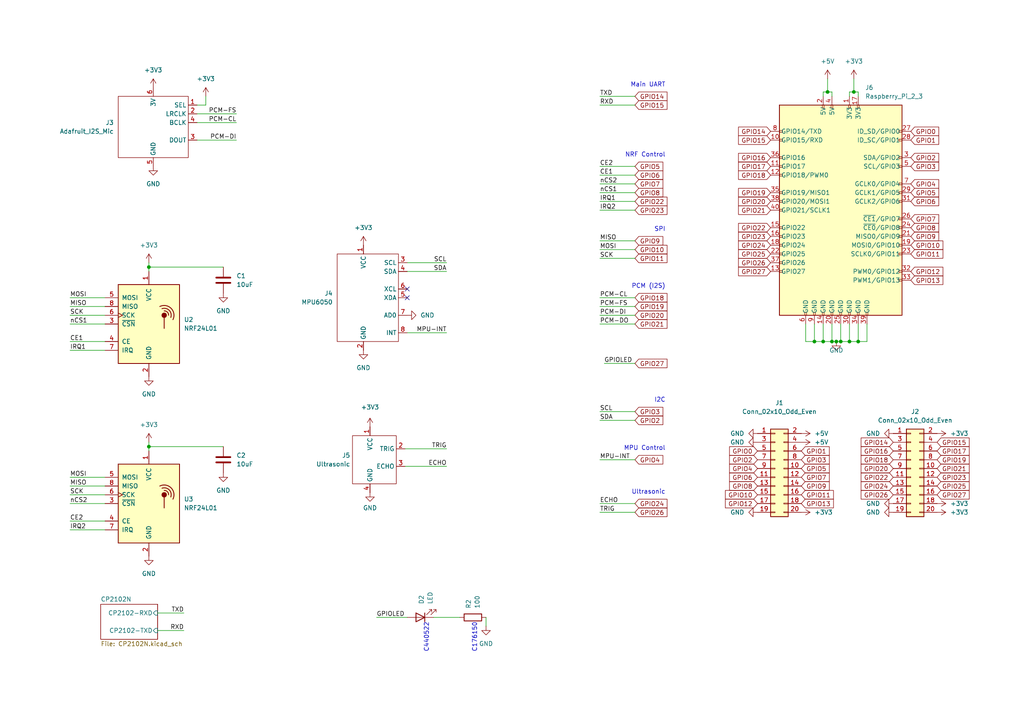
<source format=kicad_sch>
(kicad_sch (version 20211123) (generator eeschema)
  (paper "A4")
  (lib_symbols
    (symbol "Connector_Generic:Conn_02x10_Odd_Even" (pin_names (offset 1.016) hide)
      (property "Reference" "J" (at 1.27 12.7 0))
      (property "Value" "Conn_02x10_Odd_Even" (at 1.27 -15.24 0))
      (symbol "Conn_02x10_Odd_Even_1_1"
        (rectangle (start -1.27 -12.573) (end 0 -12.827) (stroke (width 0.1524)))
        (rectangle (start -1.27 -10.033) (end 0 -10.287) (stroke (width 0.1524)))
        (rectangle (start -1.27 -7.493) (end 0 -7.747) (stroke (width 0.1524)))
        (rectangle (start -1.27 -4.953) (end 0 -5.207) (stroke (width 0.1524)))
        (rectangle (start -1.27 -2.413) (end 0 -2.667) (stroke (width 0.1524)))
        (rectangle (start -1.27 0.127) (end 0 -0.127) (stroke (width 0.1524)))
        (rectangle (start -1.27 2.667) (end 0 2.413) (stroke (width 0.1524)))
        (rectangle (start -1.27 5.207) (end 0 4.953) (stroke (width 0.1524)))
        (rectangle (start -1.27 7.747) (end 0 7.493) (stroke (width 0.1524)))
        (rectangle (start -1.27 10.287) (end 0 10.033) (stroke (width 0.1524)))
        (rectangle (start -1.27 11.43) (end 3.81 -13.97) (stroke (width 0.254)) (fill (type background)))
        (rectangle (start 3.81 -12.573) (end 2.54 -12.827) (stroke (width 0.1524)))
        (rectangle (start 3.81 -10.033) (end 2.54 -10.287) (stroke (width 0.1524)))
        (rectangle (start 3.81 -7.493) (end 2.54 -7.747) (stroke (width 0.1524)))
        (rectangle (start 3.81 -4.953) (end 2.54 -5.207) (stroke (width 0.1524)))
        (rectangle (start 3.81 -2.413) (end 2.54 -2.667) (stroke (width 0.1524)))
        (rectangle (start 3.81 0.127) (end 2.54 -0.127) (stroke (width 0.1524)))
        (rectangle (start 3.81 2.667) (end 2.54 2.413) (stroke (width 0.1524)))
        (rectangle (start 3.81 5.207) (end 2.54 4.953) (stroke (width 0.1524)))
        (rectangle (start 3.81 7.747) (end 2.54 7.493) (stroke (width 0.1524)))
        (rectangle (start 3.81 10.287) (end 2.54 10.033) (stroke (width 0.1524)))
        (pin passive line (at -5.08 10.16 0) (length 3.81) (name "Pin_1") (number "1"))
        (pin passive line (at 7.62 0 180) (length 3.81) (name "Pin_10") (number "10"))
        (pin passive line (at -5.08 -2.54 0) (length 3.81) (name "Pin_11") (number "11"))
        (pin passive line (at 7.62 -2.54 180) (length 3.81) (name "Pin_12") (number "12"))
        (pin passive line (at -5.08 -5.08 0) (length 3.81) (name "Pin_13") (number "13"))
        (pin passive line (at 7.62 -5.08 180) (length 3.81) (name "Pin_14") (number "14"))
        (pin passive line (at -5.08 -7.62 0) (length 3.81) (name "Pin_15") (number "15"))
        (pin passive line (at 7.62 -7.62 180) (length 3.81) (name "Pin_16") (number "16"))
        (pin passive line (at -5.08 -10.16 0) (length 3.81) (name "Pin_17") (number "17"))
        (pin passive line (at 7.62 -10.16 180) (length 3.81) (name "Pin_18") (number "18"))
        (pin passive line (at -5.08 -12.7 0) (length 3.81) (name "Pin_19") (number "19"))
        (pin passive line (at 7.62 10.16 180) (length 3.81) (name "Pin_2") (number "2"))
        (pin passive line (at 7.62 -12.7 180) (length 3.81) (name "Pin_20") (number "20"))
        (pin passive line (at -5.08 7.62 0) (length 3.81) (name "Pin_3") (number "3"))
        (pin passive line (at 7.62 7.62 180) (length 3.81) (name "Pin_4") (number "4"))
        (pin passive line (at -5.08 5.08 0) (length 3.81) (name "Pin_5") (number "5"))
        (pin passive line (at 7.62 5.08 180) (length 3.81) (name "Pin_6") (number "6"))
        (pin passive line (at -5.08 2.54 0) (length 3.81) (name "Pin_7") (number "7"))
        (pin passive line (at 7.62 2.54 180) (length 3.81) (name "Pin_8") (number "8"))
        (pin passive line (at -5.08 0 0) (length 3.81) (name "Pin_9") (number "9"))
      )
    )
    (symbol "Device:C" (pin_numbers hide) (pin_names (offset 0.254))
      (property "Reference" "C" (at 0.635 2.54 0))
      (property "Value" "C" (at 0.635 -2.54 0))
      (symbol "C_0_1"
        (polyline (pts (xy -2.032 -0.762) (xy 2.032 -0.762)) (stroke (width 0.508)))
        (polyline (pts (xy -2.032 0.762) (xy 2.032 0.762)) (stroke (width 0.508)))
      )
      (symbol "C_1_1"
        (pin passive line (at 0 3.81 270) (length 2.794) (name "~") (number "1"))
        (pin passive line (at 0 -3.81 90) (length 2.794) (name "~") (number "2"))
      )
    )
    (symbol "Device:LED" (pin_numbers hide) (pin_names (offset 1.016) hide)
      (property "Reference" "D" (at 0 2.54 0))
      (property "Value" "LED" (at 0 -2.54 0))
      (symbol "LED_0_1"
        (polyline (pts (xy -1.27 -1.27) (xy -1.27 1.27)) (stroke (width 0.254)))
        (polyline (pts (xy -1.27 0) (xy 1.27 0)))
        (polyline (pts (xy 1.27 -1.27) (xy 1.27 1.27) (xy -1.27 0) (xy 1.27 -1.27)) (stroke (width 0.254)))
        (polyline (pts (xy -3.048 -0.762) (xy -4.572 -2.286) (xy -3.81 -2.286) (xy -4.572 -2.286) (xy -4.572 -1.524)))
        (polyline (pts (xy -1.778 -0.762) (xy -3.302 -2.286) (xy -2.54 -2.286) (xy -3.302 -2.286) (xy -3.302 -1.524)))
      )
      (symbol "LED_1_1"
        (pin passive line (at -3.81 0 0) (length 2.54) (name "K") (number "1"))
        (pin passive line (at 3.81 0 180) (length 2.54) (name "A") (number "2"))
      )
    )
    (symbol "Device:R" (pin_numbers hide) (pin_names (offset 0))
      (property "Reference" "R" (at 2.032 0 90))
      (property "Value" "R" (at 0 0 90))
      (symbol "R_0_1"
        (rectangle (start -1.016 -2.54) (end 1.016 2.54) (stroke (width 0.254)))
      )
      (symbol "R_1_1"
        (pin passive line (at 0 3.81 270) (length 1.27) (name "~") (number "1"))
        (pin passive line (at 0 -3.81 90) (length 1.27) (name "~") (number "2"))
      )
    )
    (symbol "parthiv_pcb_v2:Adafruit_I2S_Mic"
      (property "Reference" "J" (at -2.54 5.08 0))
      (property "Value" "Adafruit_I2S_Mic" (at 0 2.54 0))
      (symbol "Adafruit_I2S_Mic_0_1"
        (rectangle (start 0 0) (end 20.32 -17.78))
      )
      (symbol "Adafruit_I2S_Mic_1_1"
        (pin input line (at 22.86 -2.54 180) (length 2.54) (name "SEL") (number "1"))
        (pin input line (at 22.86 -5.08 180) (length 2.54) (name "LRCLK") (number "2"))
        (pin output line (at 22.86 -12.7 180) (length 2.54) (name "DOUT") (number "3"))
        (pin input line (at 22.86 -7.62 180) (length 2.54) (name "BCLK") (number "4"))
        (pin power_in line (at 10.16 -20.32 90) (length 2.54) (name "GND") (number "5"))
        (pin power_in line (at 10.16 2.54 270) (length 2.54) (name "3V") (number "6"))
      )
    )
    (symbol "parthiv_pcb_v2:MPU6050"
      (property "Reference" "J" (at -2.54 0 0))
      (property "Value" "MPU6050" (at 0 2.54 0))
      (symbol "MPU6050_0_1"
        (rectangle (start 0 0) (end 17.78 -25.4))
      )
      (symbol "MPU6050_1_1"
        (pin power_in line (at 7.62 2.54 270) (length 2.54) (name "VCC") (number "1"))
        (pin power_in line (at 7.62 -27.94 90) (length 2.54) (name "GND") (number "2"))
        (pin input line (at 20.32 -2.54 180) (length 2.54) (name "SCL") (number "3"))
        (pin bidirectional line (at 20.32 -5.08 180) (length 2.54) (name "SDA") (number "4"))
        (pin bidirectional line (at 20.32 -12.7 180) (length 2.54) (name "XDA") (number "5"))
        (pin input line (at 20.32 -10.16 180) (length 2.54) (name "XCL") (number "6"))
        (pin input line (at 20.32 -17.78 180) (length 2.54) (name "AD0") (number "7"))
        (pin input line (at 20.32 -22.86 180) (length 2.54) (name "INT") (number "8"))
      )
    )
    (symbol "parthiv_pcb_v2:NRF24L01" (pin_names (offset 1.016))
      (property "Reference" "U" (at -8.89 12.7 0))
      (property "Value" "NRF24L01" (at 3.81 12.7 0))
      (symbol "NRF24L01_0_1"
        (rectangle (start -8.89 11.43) (end 8.89 -11.43) (stroke (width 0.254)) (fill (type background)))
        (polyline (pts (xy 4.445 1.905) (xy 4.445 -1.27)) (stroke (width 0.254)))
        (circle (center 4.445 2.54) (radius 0.635) (stroke (width 0.254)) (fill (type outline)))
        (arc (start 5.715 2.54) (mid 5.3521 3.4546) (end 4.445 3.81) (stroke (width 0.254)))
        (arc (start 6.35 1.905) (mid 5.8763 3.9854) (end 3.81 4.445) (stroke (width 0.254)))
        (arc (start 6.985 1.27) (mid 6.453 4.548) (end 3.175 5.08) (stroke (width 0.254)))
      )
      (symbol "NRF24L01_1_1"
        (pin power_in line (at 0 15.24 270) (length 3.81) (name "VCC") (number "1"))
        (pin power_in line (at 0 -15.24 90) (length 3.81) (name "GND") (number "2"))
        (pin input line (at -12.7 0 0) (length 3.81) (name "~{CSN}") (number "3"))
        (pin input line (at -12.7 -5.08 0) (length 3.81) (name "CE") (number "4"))
        (pin input line (at -12.7 7.62 0) (length 3.81) (name "MOSI") (number "5"))
        (pin input clock (at -12.7 2.54 0) (length 3.81) (name "SCK") (number "6"))
        (pin output line (at -12.7 -7.62 0) (length 3.81) (name "IRQ") (number "7"))
        (pin bidirectional line (at -12.7 5.08 0) (length 3.81) (name "MISO") (number "8"))
      )
    )
    (symbol "parthiv_pcb_v2:Raspberry_Pi_2_3"
      (property "Reference" "U" (at 0 0 0))
      (property "Value" "Raspberry_Pi_2_3" (at 0 0 0))
      (symbol "Raspberry_Pi_2_3_0_1"
        (rectangle (start 0 -5.08) (end 35.56 -66.04) (stroke (width 0.254)) (fill (type background)))
      )
      (symbol "Raspberry_Pi_2_3_1_1"
        (rectangle (start 0.889 -53.086) (end 0 -53.594))
        (rectangle (start 0.889 -50.546) (end 0 -51.054))
        (rectangle (start 0.889 -48.006) (end 0 -48.514))
        (rectangle (start 0.889 -45.466) (end 0 -45.974))
        (rectangle (start 0.889 -42.926) (end 0 -43.434))
        (rectangle (start 0.889 -40.386) (end 0 -40.894))
        (rectangle (start 0.889 -35.306) (end 0 -35.814))
        (rectangle (start 0.889 -32.766) (end 0 -33.274))
        (rectangle (start 0.889 -30.226) (end 0 -30.734))
        (rectangle (start 0.889 -25.146) (end 0 -25.654))
        (rectangle (start 0.889 -22.606) (end 0 -23.114))
        (rectangle (start 0.889 -20.066) (end 0 -20.574))
        (rectangle (start 0.889 -14.986) (end 0 -15.494))
        (rectangle (start 0.889 -12.446) (end 0 -12.954))
        (rectangle (start 7.366 -65.151) (end 7.874 -66.04))
        (rectangle (start 9.906 -65.151) (end 10.414 -66.04))
        (rectangle (start 12.446 -65.151) (end 12.954 -66.04))
        (rectangle (start 12.446 -5.08) (end 12.954 -5.969))
        (rectangle (start 14.986 -65.151) (end 15.494 -66.04))
        (rectangle (start 14.986 -5.08) (end 15.494 -5.969))
        (rectangle (start 17.526 -65.151) (end 18.034 -66.04))
        (rectangle (start 20.066 -65.151) (end 20.574 -66.04))
        (rectangle (start 20.066 -5.08) (end 20.574 -5.969))
        (rectangle (start 22.606 -65.151) (end 23.114 -66.04))
        (rectangle (start 22.606 -5.08) (end 23.114 -5.969))
        (rectangle (start 25.146 -65.151) (end 25.654 -66.04))
        (rectangle (start 35.56 -55.626) (end 34.671 -56.134))
        (rectangle (start 35.56 -53.086) (end 34.671 -53.594))
        (rectangle (start 35.56 -48.006) (end 34.671 -48.514))
        (rectangle (start 35.56 -45.466) (end 34.671 -45.974))
        (rectangle (start 35.56 -42.926) (end 34.671 -43.434))
        (rectangle (start 35.56 -40.386) (end 34.671 -40.894))
        (rectangle (start 35.56 -37.846) (end 34.671 -38.354))
        (rectangle (start 35.56 -32.766) (end 34.671 -33.274))
        (rectangle (start 35.56 -30.226) (end 34.671 -30.734))
        (rectangle (start 35.56 -27.686) (end 34.671 -28.194))
        (rectangle (start 35.56 -22.606) (end 34.671 -23.114))
        (rectangle (start 35.56 -20.066) (end 34.671 -20.574))
        (rectangle (start 35.56 -14.986) (end 34.671 -15.494))
        (rectangle (start 35.56 -12.446) (end 34.671 -12.954))
        (pin power_in line (at 20.32 -2.54 270) (length 2.54) (name "3V3") (number "1"))
        (pin bidirectional line (at -2.54 -15.24 0) (length 2.54) (name "GPIO15/RXD") (number "10"))
        (pin bidirectional line (at -2.54 -22.86 0) (length 2.54) (name "GPIO17") (number "11"))
        (pin bidirectional line (at -2.54 -25.4 0) (length 2.54) (name "GPIO18/PWM0") (number "12"))
        (pin bidirectional line (at -2.54 -53.34 0) (length 2.54) (name "GPIO27") (number "13"))
        (pin power_in line (at 12.7 -68.58 90) (length 2.54) (name "GND") (number "14"))
        (pin bidirectional line (at -2.54 -40.64 0) (length 2.54) (name "GPIO22") (number "15"))
        (pin bidirectional line (at -2.54 -43.18 0) (length 2.54) (name "GPIO23") (number "16"))
        (pin power_out line (at 22.86 -2.54 270) (length 2.54) (name "3V3") (number "17"))
        (pin bidirectional line (at -2.54 -45.72 0) (length 2.54) (name "GPIO24") (number "18"))
        (pin bidirectional line (at 38.1 -45.72 180) (length 2.54) (name "MOSI0/GPIO10") (number "19"))
        (pin power_in line (at 12.7 -2.54 270) (length 2.54) (name "5V") (number "2"))
        (pin power_in line (at 15.24 -68.58 90) (length 2.54) (name "GND") (number "20"))
        (pin bidirectional line (at 38.1 -43.18 180) (length 2.54) (name "MISO0/GPIO9") (number "21"))
        (pin bidirectional line (at -2.54 -48.26 0) (length 2.54) (name "GPIO25") (number "22"))
        (pin bidirectional line (at 38.1 -48.26 180) (length 2.54) (name "SCLK0/GPIO11") (number "23"))
        (pin bidirectional line (at 38.1 -40.64 180) (length 2.54) (name "~{CE0}/GPIO8") (number "24"))
        (pin power_in line (at 17.78 -68.58 90) (length 2.54) (name "GND") (number "25"))
        (pin bidirectional line (at 38.1 -38.1 180) (length 2.54) (name "~{CE1}/GPIO7") (number "26"))
        (pin bidirectional line (at 38.1 -12.7 180) (length 2.54) (name "ID_SD/GPIO0") (number "27"))
        (pin bidirectional line (at 38.1 -15.24 180) (length 2.54) (name "ID_SC/GPIO1") (number "28"))
        (pin bidirectional line (at 38.1 -30.48 180) (length 2.54) (name "GCLK1/GPIO5") (number "29"))
        (pin bidirectional line (at 38.1 -20.32 180) (length 2.54) (name "SDA/GPIO2") (number "3"))
        (pin power_in line (at 20.32 -68.58 90) (length 2.54) (name "GND") (number "30"))
        (pin bidirectional line (at 38.1 -33.02 180) (length 2.54) (name "GCLK2/GPIO6") (number "31"))
        (pin bidirectional line (at 38.1 -53.34 180) (length 2.54) (name "PWM0/GPIO12") (number "32"))
        (pin bidirectional line (at 38.1 -55.88 180) (length 2.54) (name "PWM1/GPIO13") (number "33"))
        (pin power_in line (at 22.86 -68.58 90) (length 2.54) (name "GND") (number "34"))
        (pin bidirectional line (at -2.54 -30.48 0) (length 2.54) (name "GPIO19/MISO1") (number "35"))
        (pin bidirectional line (at -2.54 -20.32 0) (length 2.54) (name "GPIO16") (number "36"))
        (pin bidirectional line (at -2.54 -50.8 0) (length 2.54) (name "GPIO26") (number "37"))
        (pin bidirectional line (at -2.54 -33.02 0) (length 2.54) (name "GPIO20/MOSI1") (number "38"))
        (pin power_in line (at 25.4 -68.58 90) (length 2.54) (name "GND") (number "39"))
        (pin power_in line (at 15.24 -2.54 270) (length 2.54) (name "5V") (number "4"))
        (pin bidirectional line (at -2.54 -35.56 0) (length 2.54) (name "GPIO21/SCLK1") (number "40"))
        (pin bidirectional line (at 38.1 -22.86 180) (length 2.54) (name "SCL/GPIO3") (number "5"))
        (pin power_in line (at 7.62 -68.58 90) (length 2.54) (name "GND") (number "6"))
        (pin bidirectional line (at 38.1 -27.94 180) (length 2.54) (name "GCLK0/GPIO4") (number "7"))
        (pin bidirectional line (at -2.54 -12.7 0) (length 2.54) (name "GPIO14/TXD") (number "8"))
        (pin power_in line (at 10.16 -68.58 90) (length 2.54) (name "GND") (number "9"))
      )
    )
    (symbol "parthiv_pcb_v2:Ultrasonic"
      (property "Reference" "J" (at -1.27 1.27 0))
      (property "Value" "Ultrasonic" (at -1.27 -6.35 90))
      (symbol "Ultrasonic_0_1"
        (rectangle (start 0 0) (end 12.7 -13.97))
      )
      (symbol "Ultrasonic_1_1"
        (pin power_in line (at 5.08 2.54 270) (length 2.54) (name "VCC") (number "1"))
        (pin input line (at 15.24 -3.81 180) (length 2.54) (name "TRIG") (number "2"))
        (pin output line (at 15.24 -8.89 180) (length 2.54) (name "ECHO") (number "3"))
        (pin power_in line (at 5.08 -16.51 90) (length 2.54) (name "GND") (number "4"))
      )
    )
    (symbol "power:+3V3" (power) (pin_names (offset 0))
      (property "Value" "+3V3" (at 0 3.556 0))
      (symbol "+3V3_0_1"
        (polyline (pts (xy -0.762 1.27) (xy 0 2.54)))
        (polyline (pts (xy 0 0) (xy 0 2.54)))
        (polyline (pts (xy 0 2.54) (xy 0.762 1.27)))
      )
      (symbol "+3V3_1_1"
        (pin power_in line (at 0 0 90) (length 0) hide (name "+3V3") (number "1"))
      )
    )
    (symbol "power:+5V" (power) (pin_names (offset 0))
      (property "Value" "+5V" (at 0 3.556 0))
      (symbol "+5V_0_1"
        (polyline (pts (xy -0.762 1.27) (xy 0 2.54)))
        (polyline (pts (xy 0 0) (xy 0 2.54)))
        (polyline (pts (xy 0 2.54) (xy 0.762 1.27)))
      )
      (symbol "+5V_1_1"
        (pin power_in line (at 0 0 90) (length 0) hide (name "+5V") (number "1"))
      )
    )
    (symbol "power:GND" (power) (pin_names (offset 0))
      (property "Value" "GND" (at 0 -3.81 0))
      (symbol "GND_0_1"
        (polyline (pts (xy 0 0) (xy 0 -1.27) (xy 1.27 -1.27) (xy 0 -2.54) (xy -1.27 -1.27) (xy 0 -1.27)))
      )
      (symbol "GND_1_1"
        (pin power_in line (at 0 0 270) (length 0) hide (name "GND") (number "1"))
      )
    )
  )
  (junction (at 247.65 26.67))
  (junction (at 43.18 77.47))
  (junction (at 236.22 99.06))
  (junction (at 246.38 99.06))
  (junction (at 240.03 26.67))
  (junction (at 248.92 99.06))
  (junction (at 43.18 129.54))
  (junction (at 243.84 99.06))
  (junction (at 241.3 99.06))
  (junction (at 238.76 99.06))
  (junction (at 242.57 99.06))
  (no_connect (at 118.11 83.82))
  (no_connect (at 118.11 86.36))
  (wire (pts (xy 184.15 91.44) (xy 173.99 91.44)))
  (wire (pts (xy 140.97 179.07) (xy 140.97 181.61)))
  (wire (pts (xy 20.32 151.13) (xy 30.48 151.13)))
  (wire (pts (xy 43.18 76.2) (xy 43.18 77.47)))
  (wire (pts (xy 184.15 121.92) (xy 173.99 121.92)))
  (wire (pts (xy 240.03 26.67) (xy 241.3 26.67)))
  (wire (pts (xy 20.32 86.36) (xy 30.48 86.36)))
  (wire (pts (xy 109.22 179.07) (xy 118.11 179.07)))
  (wire (pts (xy 184.15 86.36) (xy 173.99 86.36)))
  (wire (pts (xy 241.3 93.98) (xy 241.3 99.06)))
  (wire (pts (xy 184.15 58.42) (xy 173.99 58.42)))
  (wire (pts (xy 45.72 182.88) (xy 53.34 182.88)))
  (wire (pts (xy 43.18 129.54) (xy 43.18 130.81)))
  (wire (pts (xy 247.65 26.67) (xy 248.92 26.67)))
  (wire (pts (xy 118.11 76.2) (xy 129.54 76.2)))
  (wire (pts (xy 20.32 153.67) (xy 30.48 153.67)))
  (wire (pts (xy 240.03 22.86) (xy 240.03 26.67)))
  (wire (pts (xy 233.68 99.06) (xy 236.22 99.06)))
  (wire (pts (xy 57.15 30.48) (xy 59.69 30.48)))
  (wire (pts (xy 184.15 148.59) (xy 173.99 148.59)))
  (wire (pts (xy 59.69 30.48) (xy 59.69 27.94)))
  (wire (pts (xy 184.15 60.96) (xy 173.99 60.96)))
  (wire (pts (xy 20.32 88.9) (xy 30.48 88.9)))
  (wire (pts (xy 184.15 53.34) (xy 173.99 53.34)))
  (wire (pts (xy 248.92 26.67) (xy 248.92 27.94)))
  (wire (pts (xy 57.15 33.02) (xy 68.58 33.02)))
  (wire (pts (xy 45.72 177.8) (xy 53.34 177.8)))
  (wire (pts (xy 184.15 48.26) (xy 173.99 48.26)))
  (wire (pts (xy 247.65 22.86) (xy 247.65 26.67)))
  (wire (pts (xy 243.84 99.06) (xy 246.38 99.06)))
  (wire (pts (xy 184.15 27.94) (xy 173.99 27.94)))
  (wire (pts (xy 246.38 99.06) (xy 248.92 99.06)))
  (wire (pts (xy 20.32 91.44) (xy 30.48 91.44)))
  (wire (pts (xy 247.65 26.67) (xy 246.38 26.67)))
  (wire (pts (xy 20.32 93.98) (xy 30.48 93.98)))
  (wire (pts (xy 184.15 50.8) (xy 173.99 50.8)))
  (wire (pts (xy 117.475 130.175) (xy 129.54 130.175)))
  (wire (pts (xy 246.38 93.98) (xy 246.38 99.06)))
  (wire (pts (xy 238.76 93.98) (xy 238.76 99.06)))
  (wire (pts (xy 43.18 77.47) (xy 43.18 78.74)))
  (wire (pts (xy 184.15 55.88) (xy 173.99 55.88)))
  (wire (pts (xy 184.15 88.9) (xy 173.99 88.9)))
  (wire (pts (xy 238.76 99.06) (xy 241.3 99.06)))
  (wire (pts (xy 238.76 26.67) (xy 238.76 27.94)))
  (wire (pts (xy 43.18 128.27) (xy 43.18 129.54)))
  (wire (pts (xy 57.15 35.56) (xy 68.58 35.56)))
  (wire (pts (xy 118.11 78.74) (xy 129.54 78.74)))
  (wire (pts (xy 248.92 93.98) (xy 248.92 99.06)))
  (wire (pts (xy 20.32 140.97) (xy 30.48 140.97)))
  (wire (pts (xy 184.15 30.48) (xy 173.99 30.48)))
  (wire (pts (xy 20.32 146.05) (xy 30.48 146.05)))
  (wire (pts (xy 20.32 99.06) (xy 30.48 99.06)))
  (wire (pts (xy 236.22 99.06) (xy 238.76 99.06)))
  (wire (pts (xy 117.475 135.255) (xy 129.54 135.255)))
  (wire (pts (xy 246.38 26.67) (xy 246.38 27.94)))
  (wire (pts (xy 184.15 133.35) (xy 173.99 133.35)))
  (wire (pts (xy 20.32 143.51) (xy 30.48 143.51)))
  (wire (pts (xy 242.57 99.06) (xy 243.84 99.06)))
  (wire (pts (xy 43.18 77.47) (xy 64.77 77.47)))
  (wire (pts (xy 184.15 119.38) (xy 173.99 119.38)))
  (wire (pts (xy 236.22 93.98) (xy 236.22 99.06)))
  (wire (pts (xy 57.15 40.64) (xy 68.58 40.64)))
  (wire (pts (xy 251.46 99.06) (xy 251.46 93.98)))
  (wire (pts (xy 125.73 179.07) (xy 133.35 179.07)))
  (wire (pts (xy 248.92 99.06) (xy 251.46 99.06)))
  (wire (pts (xy 241.3 26.67) (xy 241.3 27.94)))
  (wire (pts (xy 184.15 74.93) (xy 173.99 74.93)))
  (wire (pts (xy 243.84 93.98) (xy 243.84 99.06)))
  (wire (pts (xy 184.15 146.05) (xy 173.99 146.05)))
  (wire (pts (xy 240.03 26.67) (xy 238.76 26.67)))
  (wire (pts (xy 20.32 101.6) (xy 30.48 101.6)))
  (wire (pts (xy 233.68 93.98) (xy 233.68 99.06)))
  (wire (pts (xy 184.15 69.85) (xy 173.99 69.85)))
  (wire (pts (xy 184.15 105.41) (xy 175.26 105.41)))
  (wire (pts (xy 43.18 129.54) (xy 64.77 129.54)))
  (wire (pts (xy 118.11 96.52) (xy 129.54 96.52)))
  (wire (pts (xy 20.32 138.43) (xy 30.48 138.43)))
  (wire (pts (xy 184.15 72.39) (xy 173.99 72.39)))
  (wire (pts (xy 184.15 93.98) (xy 173.99 93.98)))
  (wire (pts (xy 241.3 99.06) (xy 242.57 99.06)))
  (text "I2C" (at 193.04 116.84 180) (effects (font (size 1.27 1.27)) (justify right bottom)))
  (text "C440522" (at 124.46 189.23 90) (effects (font (size 1.27 1.27)) (justify left bottom)))
  (text "PCM (I2S)" (at 193.04 83.82 180) (effects (font (size 1.27 1.27)) (justify right bottom)))
  (text "Main UART" (at 193.04 25.4 180) (effects (font (size 1.27 1.27)) (justify right bottom)))
  (text "SPI" (at 193.04 67.31 180) (effects (font (size 1.27 1.27)) (justify right bottom)))
  (text "Ultrasonic\n" (at 193.04 143.51 180) (effects (font (size 1.27 1.27)) (justify right bottom)))
  (text "MPU Control" (at 193.04 130.81 180) (effects (font (size 1.27 1.27)) (justify right bottom)))
  (text "C176150" (at 138.43 189.23 90) (effects (font (size 1.27 1.27)) (justify left bottom)))
  (text "NRF Control" (at 193.04 45.72 180) (effects (font (size 1.27 1.27)) (justify right bottom)))
  (label "MPU-INT" (at 129.54 96.52 180))
  (label "MISO" (at 20.32 140.97 0))
  (label "PCM-DI" (at 68.58 40.64 180))
  (label "nCS1" (at 20.32 93.98 0))
  (label "PCM-FS" (at 68.58 33.02 180))
  (label "MOSI" (at 20.32 138.43 0))
  (label "SDA" (at 129.54 78.74 180))
  (label "IRQ1" (at 173.99 58.42 0))
  (label "IRQ1" (at 20.32 101.6 0))
  (label "SDA" (at 173.99 121.92 0))
  (label "RXD" (at 53.34 182.88 180))
  (label "GPIOLED" (at 175.26 105.41 0))
  (label "PCM-CL" (at 173.99 86.36 0))
  (label "CE2" (at 173.99 48.26 0))
  (label "PCM-DI" (at 173.99 91.44 0))
  (label "SCK" (at 20.32 143.51 0))
  (label "TRIG" (at 129.54 130.175 180))
  (label "IRQ2" (at 173.99 60.96 0))
  (label "CE1" (at 173.99 50.8 0))
  (label "IRQ2" (at 20.32 153.67 0))
  (label "MOSI" (at 173.99 72.39 0))
  (label "nCS2" (at 20.32 146.05 0))
  (label "nCS1" (at 173.99 55.88 0))
  (label "MISO" (at 173.99 69.85 0))
  (label "TXD" (at 173.99 27.94 0))
  (label "MPU-INT" (at 173.99 133.35 0))
  (label "RXD" (at 173.99 30.48 0))
  (label "MOSI" (at 20.32 86.36 0))
  (label "SCL" (at 173.99 119.38 0))
  (label "nCS2" (at 173.99 53.34 0))
  (label "GPIOLED" (at 109.22 179.07 0))
  (label "PCM-DO" (at 173.99 93.98 0))
  (label "ECHO" (at 173.99 146.05 0))
  (label "TXD" (at 53.34 177.8 180))
  (label "CE2" (at 20.32 151.13 0))
  (label "MISO" (at 20.32 88.9 0))
  (label "ECHO" (at 129.54 135.255 180))
  (label "TRIG" (at 173.99 148.59 0))
  (label "SCL" (at 129.54 76.2 180))
  (label "PCM-FS" (at 173.99 88.9 0))
  (label "SCK" (at 20.32 91.44 0))
  (label "CE1" (at 20.32 99.06 0))
  (label "SCK" (at 173.99 74.93 0))
  (label "PCM-CL" (at 68.58 35.56 180))
  (global_label "GPIO6" (shape input) (at 184.15 50.8 0) (property "Intersheet References" "${INTERSHEET_REFS}" (effects hide)))
  (global_label "GPIO15" (shape input) (at 184.15 30.48 0) (property "Intersheet References" "${INTERSHEET_REFS}" (effects hide)))
  (global_label "GPIO1" (shape input) (at 264.16 40.64 0) (property "Intersheet References" "${INTERSHEET_REFS}" (effects hide)))
  (global_label "GPIO21" (shape input) (at 271.78 135.89 0) (property "Intersheet References" "${INTERSHEET_REFS}" (effects hide)))
  (global_label "GPIO7" (shape input) (at 232.41 138.43 0) (property "Intersheet References" "${INTERSHEET_REFS}" (effects hide)))
  (global_label "GPIO17" (shape input) (at 223.52 48.26 180) (property "Intersheet References" "${INTERSHEET_REFS}" (effects hide)))
  (global_label "GPIO9" (shape input) (at 232.41 140.97 0) (property "Intersheet References" "${INTERSHEET_REFS}" (effects hide)))
  (global_label "GPIO21" (shape input) (at 223.52 60.96 180) (property "Intersheet References" "${INTERSHEET_REFS}" (effects hide)))
  (global_label "GPIO10" (shape input) (at 184.15 72.39 0) (property "Intersheet References" "${INTERSHEET_REFS}" (effects hide)))
  (global_label "GPIO2" (shape input) (at 219.71 133.35 180) (property "Intersheet References" "${INTERSHEET_REFS}" (effects hide)))
  (global_label "GPIO24" (shape input) (at 223.52 71.12 180) (property "Intersheet References" "${INTERSHEET_REFS}" (effects hide)))
  (global_label "GPIO18" (shape input) (at 223.52 50.8 180) (property "Intersheet References" "${INTERSHEET_REFS}" (effects hide)))
  (global_label "GPIO25" (shape input) (at 271.78 140.97 0) (property "Intersheet References" "${INTERSHEET_REFS}" (effects hide)))
  (global_label "GPIO18" (shape input) (at 184.15 86.36 0) (property "Intersheet References" "${INTERSHEET_REFS}" (effects hide)))
  (global_label "GPIO18" (shape input) (at 259.08 133.35 180) (property "Intersheet References" "${INTERSHEET_REFS}" (effects hide)))
  (global_label "GPIO0" (shape input) (at 219.71 130.81 180) (property "Intersheet References" "${INTERSHEET_REFS}" (effects hide)))
  (global_label "GPIO23" (shape input) (at 184.15 60.96 0) (property "Intersheet References" "${INTERSHEET_REFS}" (effects hide)))
  (global_label "GPIO22" (shape input) (at 223.52 66.04 180) (property "Intersheet References" "${INTERSHEET_REFS}" (effects hide)))
  (global_label "GPIO11" (shape input) (at 232.41 143.51 0) (property "Intersheet References" "${INTERSHEET_REFS}" (effects hide)))
  (global_label "GPIO24" (shape input) (at 184.15 146.05 0) (property "Intersheet References" "${INTERSHEET_REFS}" (effects hide)))
  (global_label "GPIO11" (shape input) (at 264.16 73.66 0) (property "Intersheet References" "${INTERSHEET_REFS}" (effects hide)))
  (global_label "GPIO6" (shape input) (at 219.71 138.43 180) (property "Intersheet References" "${INTERSHEET_REFS}" (effects hide)))
  (global_label "GPIO1" (shape input) (at 232.41 130.81 0) (property "Intersheet References" "${INTERSHEET_REFS}" (effects hide)))
  (global_label "GPIO11" (shape input) (at 184.15 74.93 0) (property "Intersheet References" "${INTERSHEET_REFS}" (effects hide)))
  (global_label "GPIO3" (shape input) (at 232.41 133.35 0) (property "Intersheet References" "${INTERSHEET_REFS}" (effects hide)))
  (global_label "GPIO4" (shape input) (at 219.71 135.89 180) (property "Intersheet References" "${INTERSHEET_REFS}" (effects hide)))
  (global_label "GPIO25" (shape input) (at 223.52 73.66 180) (property "Intersheet References" "${INTERSHEET_REFS}" (effects hide)))
  (global_label "GPIO26" (shape input) (at 223.52 76.2 180) (property "Intersheet References" "${INTERSHEET_REFS}" (effects hide)))
  (global_label "GPIO26" (shape input) (at 259.08 143.51 180) (property "Intersheet References" "${INTERSHEET_REFS}" (effects hide)))
  (global_label "GPIO5" (shape input) (at 264.16 55.88 0) (property "Intersheet References" "${INTERSHEET_REFS}" (effects hide)))
  (global_label "GPIO19" (shape input) (at 271.78 133.35 0) (property "Intersheet References" "${INTERSHEET_REFS}" (effects hide)))
  (global_label "GPIO15" (shape input) (at 271.78 128.27 0) (property "Intersheet References" "${INTERSHEET_REFS}" (effects hide)))
  (global_label "GPIO14" (shape input) (at 184.15 27.94 0) (property "Intersheet References" "${INTERSHEET_REFS}" (effects hide)))
  (global_label "GPIO3" (shape input) (at 184.15 119.38 0) (property "Intersheet References" "${INTERSHEET_REFS}" (effects hide)))
  (global_label "GPIO3" (shape input) (at 264.16 48.26 0) (property "Intersheet References" "${INTERSHEET_REFS}" (effects hide)))
  (global_label "GPIO6" (shape input) (at 264.16 58.42 0) (property "Intersheet References" "${INTERSHEET_REFS}" (effects hide)))
  (global_label "GPIO8" (shape input) (at 184.15 55.88 0) (property "Intersheet References" "${INTERSHEET_REFS}" (effects hide)))
  (global_label "GPIO22" (shape input) (at 259.08 138.43 180) (property "Intersheet References" "${INTERSHEET_REFS}" (effects hide)))
  (global_label "GPIO8" (shape input) (at 219.71 140.97 180) (property "Intersheet References" "${INTERSHEET_REFS}" (effects hide)))
  (global_label "GPIO16" (shape input) (at 223.52 45.72 180) (property "Intersheet References" "${INTERSHEET_REFS}" (effects hide)))
  (global_label "GPIO24" (shape input) (at 259.08 140.97 180) (property "Intersheet References" "${INTERSHEET_REFS}" (effects hide)))
  (global_label "GPIO10" (shape input) (at 264.16 71.12 0) (property "Intersheet References" "${INTERSHEET_REFS}" (effects hide)))
  (global_label "GPIO13" (shape input) (at 264.16 81.28 0) (property "Intersheet References" "${INTERSHEET_REFS}" (effects hide)))
  (global_label "GPIO9" (shape input) (at 264.16 68.58 0) (property "Intersheet References" "${INTERSHEET_REFS}" (effects hide)))
  (global_label "GPIO5" (shape input) (at 184.15 48.26 0) (property "Intersheet References" "${INTERSHEET_REFS}" (effects hide)))
  (global_label "GPIO20" (shape input) (at 184.15 91.44 0) (property "Intersheet References" "${INTERSHEET_REFS}" (effects hide)))
  (global_label "GPIO2" (shape input) (at 184.15 121.92 0) (property "Intersheet References" "${INTERSHEET_REFS}" (effects hide)))
  (global_label "GPIO27" (shape input) (at 271.78 143.51 0) (property "Intersheet References" "${INTERSHEET_REFS}" (effects hide)))
  (global_label "GPIO14" (shape input) (at 223.52 38.1 180) (property "Intersheet References" "${INTERSHEET_REFS}" (effects hide)))
  (global_label "GPIO27" (shape input) (at 223.52 78.74 180) (property "Intersheet References" "${INTERSHEET_REFS}" (effects hide)))
  (global_label "GPIO21" (shape input) (at 184.15 93.98 0) (property "Intersheet References" "${INTERSHEET_REFS}" (effects hide)))
  (global_label "GPIO15" (shape input) (at 223.52 40.64 180) (property "Intersheet References" "${INTERSHEET_REFS}" (effects hide)))
  (global_label "GPIO23" (shape input) (at 223.52 68.58 180) (property "Intersheet References" "${INTERSHEET_REFS}" (effects hide)))
  (global_label "GPIO27" (shape input) (at 184.15 105.41 0) (property "Intersheet References" "${INTERSHEET_REFS}" (effects hide)))
  (global_label "GPIO9" (shape input) (at 184.15 69.85 0) (property "Intersheet References" "${INTERSHEET_REFS}" (effects hide)))
  (global_label "GPIO26" (shape input) (at 184.15 148.59 0) (property "Intersheet References" "${INTERSHEET_REFS}" (effects hide)))
  (global_label "GPIO16" (shape input) (at 259.08 130.81 180) (property "Intersheet References" "${INTERSHEET_REFS}" (effects hide)))
  (global_label "GPIO20" (shape input) (at 259.08 135.89 180) (property "Intersheet References" "${INTERSHEET_REFS}" (effects hide)))
  (global_label "GPIO7" (shape input) (at 184.15 53.34 0) (property "Intersheet References" "${INTERSHEET_REFS}" (effects hide)))
  (global_label "GPIO19" (shape input) (at 184.15 88.9 0) (property "Intersheet References" "${INTERSHEET_REFS}" (effects hide)))
  (global_label "GPIO2" (shape input) (at 264.16 45.72 0) (property "Intersheet References" "${INTERSHEET_REFS}" (effects hide)))
  (global_label "GPIO4" (shape input) (at 264.16 53.34 0) (property "Intersheet References" "${INTERSHEET_REFS}" (effects hide)))
  (global_label "GPIO12" (shape input) (at 219.71 146.05 180) (property "Intersheet References" "${INTERSHEET_REFS}" (effects hide)))
  (global_label "GPIO22" (shape input) (at 184.15 58.42 0) (property "Intersheet References" "${INTERSHEET_REFS}" (effects hide)))
  (global_label "GPIO13" (shape input) (at 232.41 146.05 0) (property "Intersheet References" "${INTERSHEET_REFS}" (effects hide)))
  (global_label "GPIO12" (shape input) (at 264.16 78.74 0) (property "Intersheet References" "${INTERSHEET_REFS}" (effects hide)))
  (global_label "GPIO14" (shape input) (at 259.08 128.27 180) (property "Intersheet References" "${INTERSHEET_REFS}" (effects hide)))
  (global_label "GPIO17" (shape input) (at 271.78 130.81 0) (property "Intersheet References" "${INTERSHEET_REFS}" (effects hide)))
  (global_label "GPIO5" (shape input) (at 232.41 135.89 0) (property "Intersheet References" "${INTERSHEET_REFS}" (effects hide)))
  (global_label "GPIO19" (shape input) (at 223.52 55.88 180) (property "Intersheet References" "${INTERSHEET_REFS}" (effects hide)))
  (global_label "GPIO23" (shape input) (at 271.78 138.43 0) (property "Intersheet References" "${INTERSHEET_REFS}" (effects hide)))
  (global_label "GPIO8" (shape input) (at 264.16 66.04 0) (property "Intersheet References" "${INTERSHEET_REFS}" (effects hide)))
  (global_label "GPIO7" (shape input) (at 264.16 63.5 0) (property "Intersheet References" "${INTERSHEET_REFS}" (effects hide)))
  (global_label "GPIO10" (shape input) (at 219.71 143.51 180) (property "Intersheet References" "${INTERSHEET_REFS}" (effects hide)))
  (global_label "GPIO4" (shape input) (at 184.15 133.35 0) (property "Intersheet References" "${INTERSHEET_REFS}" (effects hide)))
  (global_label "GPIO0" (shape input) (at 264.16 38.1 0) (property "Intersheet References" "${INTERSHEET_REFS}" (effects hide)))
  (global_label "GPIO20" (shape input) (at 223.52 58.42 180) (property "Intersheet References" "${INTERSHEET_REFS}" (effects hide)))
  (symbol (lib_id "Connector_Generic:Conn_02x10_Odd_Even") (at 224.79 135.89 0) (unit 1)
    (property "Reference" "J1" (at 226.06 116.84 0))
    (property "Value" "Conn_02x10_Odd_Even" (at 226.06 119.38 0))
    (property "Footprint" "Connector_PinHeader_2.54mm:PinHeader_2x10_P2.54mm_Vertical_SMD" (effects hide))
    (property "LCSC" "C2884019" (effects hide))
  )
  (symbol (lib_id "power:+3V3") (at 247.65 22.86 0) (unit 1)
    (property "Reference" "#PWR0102" (effects hide))
    (property "Value" "+3V3" (at 247.65 17.78 0))
  )
  (symbol (lib_id "power:+5V") (at 232.41 128.27 270) (unit 1)
    (property "Reference" "#PWR0132" (effects hide))
    (property "Value" "+5V" (at 236.22 128.2699 90) (effects (justify left)))
  )
  (symbol (lib_id "power:GND") (at 44.45 48.26 0) (unit 1)
    (property "Reference" "#PWR0114" (effects hide))
    (property "Value" "GND" (at 44.45 53.34 0))
  )
  (symbol (lib_id "parthiv_pcb_v2:Adafruit_I2S_Mic") (at 34.29 27.94 0) (unit 1) (in_bom no) (on_board no)
    (property "Reference" "J3" (at 33.02 35.5599 0) (effects (justify right)))
    (property "Value" "Adafruit_I2S_Mic" (at 33.02 38.0999 0) (effects (justify right)))
    (property "Footprint" "Connector_PinSocket_2.54mm:PinSocket_1x06_P2.54mm_Vertical" (effects hide))
    (property "LCSC" "C381143" (effects hide))
  )
  (symbol (lib_id "power:GND") (at 43.18 161.29 0) (unit 1)
    (property "Reference" "#PWR0108" (effects hide))
    (property "Value" "GND" (at 43.18 166.37 0))
  )
  (symbol (lib_id "power:GND") (at 259.08 125.73 270) (mirror x) (unit 1)
    (property "Reference" "#PWR0127" (effects hide))
    (property "Value" "GND" (at 255.27 125.7299 90) (effects (justify right)))
  )
  (symbol (lib_id "power:+3V3") (at 43.18 76.2 0) (unit 1)
    (property "Reference" "#PWR0105" (effects hide))
    (property "Value" "+3V3" (at 43.18 71.12 0))
  )
  (symbol (lib_id "power:GND") (at 107.315 142.875 0) (unit 1)
    (property "Reference" "#PWR09" (effects hide))
    (property "Value" "GND" (at 107.315 147.32 0))
  )
  (symbol (lib_id "power:GND") (at 64.77 85.09 0) (unit 1)
    (property "Reference" "#PWR0104" (effects hide))
    (property "Value" "GND" (at 64.77 90.17 0))
  )
  (symbol (lib_id "power:GND") (at 259.08 146.05 270) (mirror x) (unit 1)
    (property "Reference" "#PWR0131" (effects hide))
    (property "Value" "GND" (at 255.27 146.0499 90) (effects (justify right)))
  )
  (symbol (lib_id "power:GND") (at 105.41 101.6 0) (unit 1)
    (property "Reference" "#PWR0110" (effects hide))
    (property "Value" "GND" (at 105.41 106.68 0))
  )
  (symbol (lib_id "power:+3V3") (at 271.78 125.73 270) (unit 1)
    (property "Reference" "#PWR0133" (effects hide))
    (property "Value" "+3V3" (at 275.59 125.7299 90) (effects (justify left)))
  )
  (symbol (lib_id "power:GND") (at 259.08 148.59 270) (mirror x) (unit 1)
    (property "Reference" "#PWR0130" (effects hide))
    (property "Value" "GND" (at 255.27 148.5899 90) (effects (justify right)))
  )
  (symbol (lib_id "Device:C") (at 64.77 133.35 0) (unit 1)
    (property "Reference" "C2" (at 68.58 132.0799 0) (effects (justify left)))
    (property "Value" "10uF" (at 68.58 134.6199 0) (effects (justify left)))
    (property "Footprint" "Capacitor_SMD:C_0603_1608Metric" (effects hide))
    (property "LCSC" "C96446" (effects hide))
  )
  (symbol (lib_id "power:+3V3") (at 44.45 25.4 0) (unit 1)
    (property "Reference" "#PWR0113" (effects hide))
    (property "Value" "+3V3" (at 44.45 20.32 0))
  )
  (symbol (lib_id "power:GND") (at 140.97 181.61 0) (unit 1)
    (property "Reference" "#PWR0116" (effects hide))
    (property "Value" "GND" (at 140.97 186.69 0))
  )
  (symbol (lib_id "Device:LED") (at 121.92 179.07 180) (unit 1)
    (property "Reference" "D2" (at 122.2374 175.26 90) (effects (justify right)))
    (property "Value" "LED" (at 124.7774 175.26 90) (effects (justify right)))
    (property "Footprint" "LED_SMD:LED_0805_2012Metric" (effects hide))
    (property "LCSC" "C440522" (effects hide))
  )
  (symbol (lib_id "power:+3V3") (at 107.315 123.825 0) (unit 1)
    (property "Reference" "#PWR08" (effects hide))
    (property "Value" "+3V3" (at 107.315 118.11 0))
  )
  (symbol (lib_id "power:GND") (at 43.18 109.22 0) (unit 1)
    (property "Reference" "#PWR0106" (effects hide))
    (property "Value" "GND" (at 43.18 114.3 0))
  )
  (symbol (lib_id "power:GND") (at 64.77 137.16 0) (unit 1)
    (property "Reference" "#PWR0109" (effects hide))
    (property "Value" "GND" (at 64.77 142.24 0))
  )
  (symbol (lib_id "power:GND") (at 219.71 128.27 270) (unit 1)
    (property "Reference" "#PWR0128" (effects hide))
    (property "Value" "GND" (at 215.9 128.2699 90) (effects (justify right)))
  )
  (symbol (lib_id "Device:R") (at 137.16 179.07 90) (unit 1)
    (property "Reference" "R2" (at 135.8899 176.53 0) (effects (justify left)))
    (property "Value" "100" (at 138.4299 176.53 0) (effects (justify left)))
    (property "Footprint" "Resistor_SMD:R_0603_1608Metric" (effects hide))
    (property "LCSC" "C22775" (effects hide))
  )
  (symbol (lib_id "parthiv_pcb_v2:Raspberry_Pi_2_3") (at 226.06 25.4 0) (unit 1)
    (property "Reference" "J6" (at 250.9394 25.4 0) (effects (justify left)))
    (property "Value" "Raspberry_Pi_2_3" (at 250.9394 27.94 0) (effects (justify left)))
    (property "Footprint" "Connector_PinSocket_2.54mm:PinSocket_2x20_P2.54mm_Vertical" (effects hide))
    (property "LCSC" "C132132" (effects hide))
  )
  (symbol (lib_id "power:+5V") (at 232.41 125.73 270) (unit 1)
    (property "Reference" "#PWR0135" (effects hide))
    (property "Value" "+5V" (at 236.22 125.7299 90) (effects (justify left)))
  )
  (symbol (lib_id "power:+3V3") (at 105.41 71.12 0) (unit 1)
    (property "Reference" "#PWR0112" (effects hide))
    (property "Value" "+3V3" (at 105.41 66.04 0))
  )
  (symbol (lib_id "power:GND") (at 242.57 99.06 0) (unit 1)
    (property "Reference" "#PWR0103" (effects hide))
    (property "Value" "GND" (at 242.57 101.6 0))
  )
  (symbol (lib_id "power:+3V3") (at 232.41 148.59 270) (unit 1)
    (property "Reference" "#PWR0134" (effects hide))
    (property "Value" "+3V3" (at 236.22 148.5899 90) (effects (justify left)))
  )
  (symbol (lib_id "power:GND") (at 219.71 148.59 270) (mirror x) (unit 1)
    (property "Reference" "#PWR0126" (effects hide))
    (property "Value" "GND" (at 215.9 148.5899 90) (effects (justify right)))
  )
  (symbol (lib_id "power:+3V3") (at 43.18 128.27 0) (unit 1)
    (property "Reference" "#PWR0107" (effects hide))
    (property "Value" "+3V3" (at 43.18 123.19 0))
  )
  (symbol (lib_id "Connector_Generic:Conn_02x10_Odd_Even") (at 264.16 135.89 0) (unit 1)
    (property "Reference" "J2" (at 265.43 119.38 0))
    (property "Value" "Conn_02x10_Odd_Even" (at 265.43 121.92 0))
    (property "Footprint" "Connector_PinHeader_2.54mm:PinHeader_2x10_P2.54mm_Vertical_SMD" (effects hide))
    (property "LCSC" "C2884019" (effects hide))
  )
  (symbol (lib_id "Device:C") (at 64.77 81.28 0) (unit 1)
    (property "Reference" "C1" (at 68.58 80.0099 0) (effects (justify left)))
    (property "Value" "10uF" (at 68.58 82.5499 0) (effects (justify left)))
    (property "Footprint" "Capacitor_SMD:C_0603_1608Metric" (effects hide))
    (property "LCSC" "C96446" (effects hide))
  )
  (symbol (lib_id "power:+5V") (at 240.03 22.86 0) (unit 1)
    (property "Reference" "#PWR0101" (effects hide))
    (property "Value" "+5V" (at 240.03 17.78 0))
  )
  (symbol (lib_id "power:+3V3") (at 271.78 146.05 270) (unit 1)
    (property "Reference" "#PWR0125" (effects hide))
    (property "Value" "+3V3" (at 275.59 146.0499 90) (effects (justify left)))
  )
  (symbol (lib_id "parthiv_pcb_v2:NRF24L01") (at 43.18 93.98 0) (unit 1)
    (property "Reference" "U2" (at 53.34 92.7099 0) (effects (justify left)))
    (property "Value" "NRF24L01" (at 53.34 95.2499 0) (effects (justify left)))
    (property "Footprint" "Connector_PinSocket_2.54mm:PinSocket_2x04_P2.54mm_Vertical" (effects hide))
    (property "Datasheet" "http://www.nordicsemi.com/eng/content/download/2730/34105/file/nRF24L01_Product_Specification_v2_0.pdf" (effects hide))
    (property "LCSC" "C2935984" (effects hide))
  )
  (symbol (lib_id "parthiv_pcb_v2:MPU6050") (at 97.79 73.66 0) (unit 1)
    (property "Reference" "J4" (at 96.52 85.0899 0) (effects (justify right)))
    (property "Value" "MPU6050" (at 96.52 87.6299 0) (effects (justify right)))
    (property "Footprint" "Connector_PinSocket_2.54mm:PinSocket_1x08_P2.54mm_Vertical" (effects hide))
    (property "LCSC" "C27438" (effects hide))
  )
  (symbol (lib_id "parthiv_pcb_v2:Ultrasonic") (at 102.235 126.365 0) (unit 1)
    (property "Reference" "J5" (at 101.6 132.0799 0) (effects (justify right)))
    (property "Value" "Ultrasonic" (at 101.6 134.6199 0) (effects (justify right)))
    (property "Footprint" "Connector_PinSocket_2.54mm:PinSocket_1x04_P2.54mm_Vertical" (effects hide))
    (property "LCSC" "C124413" (effects hide))
  )
  (symbol (lib_id "power:GND") (at 118.11 91.44 90) (unit 1)
    (property "Reference" "#PWR0111" (effects hide))
    (property "Value" "GND" (at 121.92 91.4399 90) (effects (justify right)))
  )
  (symbol (lib_id "parthiv_pcb_v2:NRF24L01") (at 43.18 146.05 0) (unit 1)
    (property "Reference" "U3" (at 53.34 144.7799 0) (effects (justify left)))
    (property "Value" "NRF24L01" (at 53.34 147.3199 0) (effects (justify left)))
    (property "Footprint" "Connector_PinSocket_2.54mm:PinSocket_2x04_P2.54mm_Vertical" (effects hide))
    (property "Datasheet" "http://www.nordicsemi.com/eng/content/download/2730/34105/file/nRF24L01_Product_Specification_v2_0.pdf" (effects hide))
    (property "LCSC" "C2935984" (effects hide))
  )
  (symbol (lib_id "power:+3V3") (at 59.69 27.94 0) (unit 1)
    (property "Reference" "#PWR0115" (effects hide))
    (property "Value" "+3V3" (at 59.69 22.86 0))
  )
  (symbol (lib_id "power:+3V3") (at 271.78 148.59 270) (unit 1)
    (property "Reference" "#PWR0137" (effects hide))
    (property "Value" "+3V3" (at 275.59 148.5899 90) (effects (justify left)))
  )
  (symbol (lib_id "power:GND") (at 219.71 125.73 270) (unit 1)
    (property "Reference" "#PWR0129" (effects hide))
    (property "Value" "GND" (at 215.9 125.7301 90) (effects (justify right)))
  )
  (sheet (at 29.21 175.26) (size 16.51 10.16) (stroke (width 0.1524))
    (property "Sheet name" "CP2102N" (at 29.21 174.5484 0) (effects (justify left bottom)))
    (property "Sheet file" "CP2102N.kicad_sch" (at 29.21 186.0046 0) (effects (justify left top)))
    (pin "CP2102-RXD" input (at 45.72 177.8 0))
    (pin "CP2102-TXD" input (at 45.72 182.88 0))
  )
)
</source>
